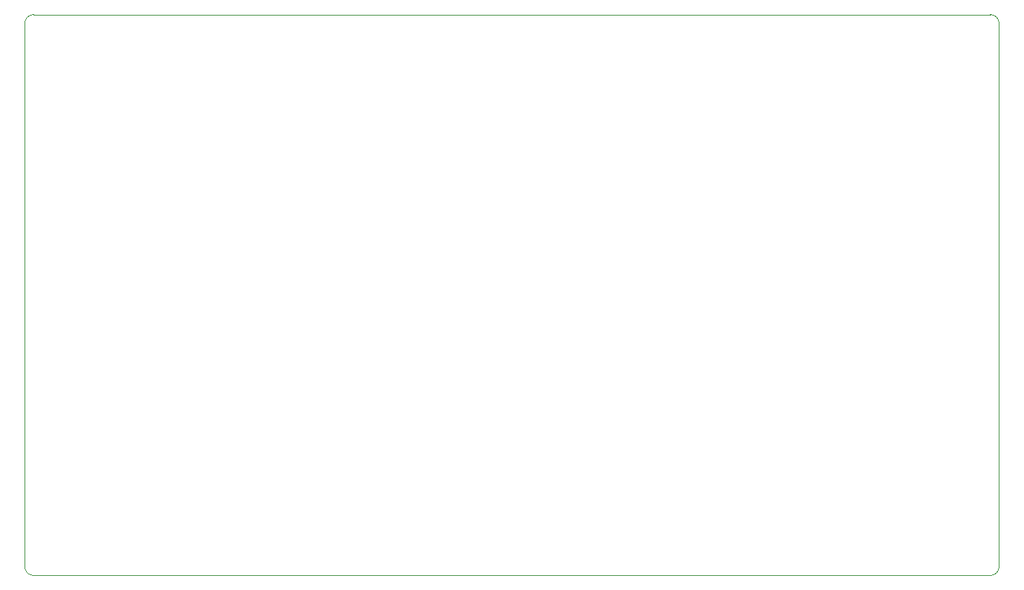
<source format=gbr>
%TF.GenerationSoftware,KiCad,Pcbnew,7.0.10*%
%TF.CreationDate,2024-01-15T01:40:09-05:00*%
%TF.ProjectId,Thinkpad-USB-keyboard-PCB,5468696e-6b70-4616-942d-5553422d6b65,rev?*%
%TF.SameCoordinates,Original*%
%TF.FileFunction,Profile,NP*%
%FSLAX46Y46*%
G04 Gerber Fmt 4.6, Leading zero omitted, Abs format (unit mm)*
G04 Created by KiCad (PCBNEW 7.0.10) date 2024-01-15 01:40:09*
%MOMM*%
%LPD*%
G01*
G04 APERTURE LIST*
%TA.AperFunction,Profile*%
%ADD10C,0.100000*%
%TD*%
G04 APERTURE END LIST*
D10*
X-42000000Y3000000D02*
G75*
G03*
X-43000000Y2000000I-1J-999999D01*
G01*
X-43000000Y-60000000D02*
G75*
G03*
X-42000000Y-61000000I999999J-1D01*
G01*
X68000000Y2000000D02*
G75*
G03*
X67000000Y3000000I-1000000J0D01*
G01*
X67000000Y3000000D02*
X-42000000Y3000000D01*
X68000000Y-60000000D02*
X68000000Y2000000D01*
X67000000Y-61000000D02*
G75*
G03*
X68000000Y-60000000I0J1000000D01*
G01*
X-42000000Y-61000000D02*
X67000000Y-61000000D01*
X-43000000Y2000000D02*
X-43000000Y-60000000D01*
M02*

</source>
